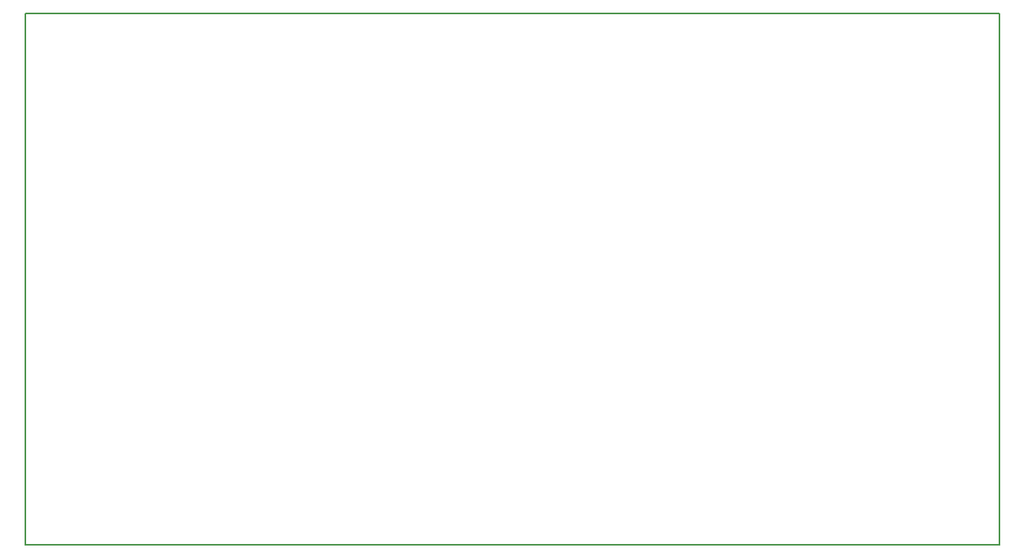
<source format=gbr>
G04 (created by PCBNEW (2013-07-07 BZR 4022)-stable) date 8/21/2014 4:39:55 PM*
%MOIN*%
G04 Gerber Fmt 3.4, Leading zero omitted, Abs format*
%FSLAX34Y34*%
G01*
G70*
G90*
G04 APERTURE LIST*
%ADD10C,0.00393701*%
%ADD11C,0.00590551*%
G04 APERTURE END LIST*
G54D10*
G54D11*
X71000Y-94000D02*
X71000Y-71600D01*
X30000Y-94000D02*
X30000Y-71600D01*
X71000Y-71600D02*
X30000Y-71600D01*
X30000Y-94000D02*
X71000Y-94000D01*
M02*

</source>
